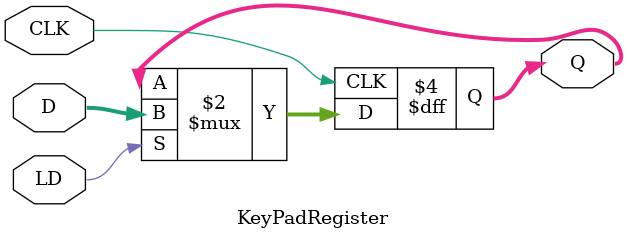
<source format=sv>
`timescale 1ns / 1ps


module KeyPadRegister(
    input CLK,LD,
    input [3:0] D,
    output logic [3:0] Q
    );
    
    always_ff @(posedge CLK)
    begin
        if (LD)
            Q <= D;
    end
endmodule

</source>
